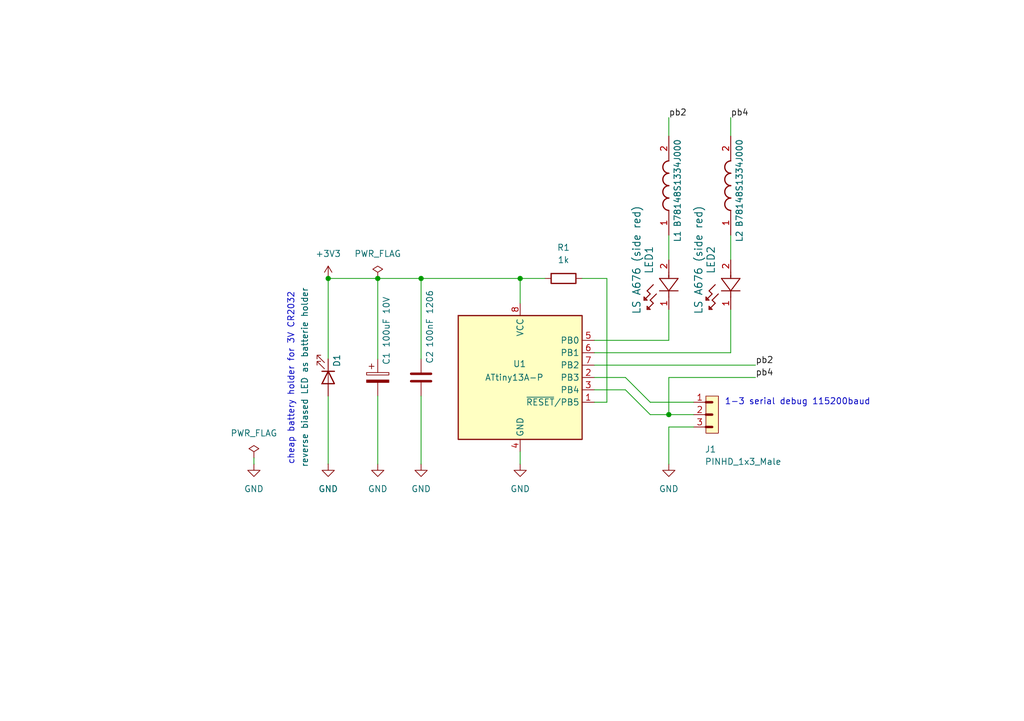
<source format=kicad_sch>
(kicad_sch (version 20231120) (generator "eeschema") (generator_version "8.0")
  (paper "A5")
  (title_block (title "FF2.0 (third generation)") (date "2024-12-13") (rev "0.2.0") (company "25mmHg"))
  (lib_symbols
    (symbol "FF2.0Library:+3V3" (power) (pin_numbers hide) (pin_names (offset 0) hide)
      (property "Value" "+3V3" (at 0 3.556 0))
      (symbol "+3V3_0_1"
        (polyline (pts (xy -0.762 1.27) (xy 0 2.54)))
        (polyline (pts (xy 0 0) (xy 0 2.54)))
        (polyline (pts (xy 0 2.54) (xy 0.762 1.27)))
      )
      (symbol "+3V3_1_1"
        (pin power_in line (at 0 0 90) (length 0) (name "~") (number "1"))
      )
    )
    (symbol "FF2.0Library:ATtiny13A-P"
      (property "Reference" "U" (at -12.7 13.97 0))
      (property "Value" "ATtiny13A-P" (at 2.54 -13.97 0))
      (symbol "ATtiny13A-P_0_1"
        (rectangle (start -12.7 -12.7) (end 12.7 12.7) (stroke (width 0.254)) (fill (type background)))
      )
      (symbol "ATtiny13A-P_1_1"
        (pin bidirectional line (at 15.24 -5.08 180) (length 2.54) (name "~{RESET}/PB5") (number "1"))
        (pin bidirectional line (at 15.24 0 180) (length 2.54) (name "PB3") (number "2"))
        (pin bidirectional line (at 15.24 -2.54 180) (length 2.54) (name "PB4") (number "3"))
        (pin power_in line (at 0 -15.24 90) (length 2.54) (name "GND") (number "4"))
        (pin bidirectional line (at 15.24 7.62 180) (length 2.54) (name "PB0") (number "5"))
        (pin bidirectional line (at 15.24 5.08 180) (length 2.54) (name "PB1") (number "6"))
        (pin bidirectional line (at 15.24 2.54 180) (length 2.54) (name "PB2") (number "7"))
        (pin power_in line (at 0 15.24 270) (length 2.54) (name "VCC") (number "8"))
      )
    )
    (symbol "FF2.0Library:B78148S1334J000" (pin_names hide)
      (property "Reference" "L" (at 16.51 6.35 0))
      (property "Value" "B78148S1334J000" (at 16.51 3.81 0))
      (symbol "B78148S1334J000_1_1"
        (arc (start 7.62 0) (mid 6.35 1.219) (end 5.08 0) (stroke (width 0.254)))
        (arc (start 10.16 0) (mid 8.89 1.219) (end 7.62 0) (stroke (width 0.254)))
        (arc (start 12.7 0) (mid 11.43 1.219) (end 10.16 0) (stroke (width 0.254)))
        (arc (start 15.24 0) (mid 13.97 1.219) (end 12.7 0) (stroke (width 0.254)))
        (pin passive line (at 0 0 0) (length 5.08) (name "1") (number "1"))
        (pin passive line (at 20.32 0 180) (length 5.08) (name "2") (number "2"))
      )
    )
    (symbol "FF2.0Library:C_1206" (pin_numbers hide) (pin_names (offset 0.254))
      (property "Reference" "C" (at 0.635 2.54 0))
      (property "Value" "C_1206" (at 0.635 -2.54 0))
      (symbol "C_1206_0_1"
        (polyline (pts (xy -2.032 -0.762) (xy 2.032 -0.762)) (stroke (width 0.508)))
        (polyline (pts (xy -2.032 0.762) (xy 2.032 0.762)) (stroke (width 0.508)))
      )
      (symbol "C_1206_0_2"
        (polyline (pts (xy -2.54 -2.54) (xy -0.381 -0.381)))
        (polyline (pts (xy -0.508 -0.508) (xy -1.651 0.635)) (stroke (width 0.508)))
        (polyline (pts (xy -0.508 -0.508) (xy 0.635 -1.651)) (stroke (width 0.508)))
        (polyline (pts (xy 0.381 0.381) (xy 2.54 2.54)))
        (polyline (pts (xy 0.508 0.508) (xy -0.635 1.651)) (stroke (width 0.508)))
        (polyline (pts (xy 0.508 0.508) (xy 1.651 -0.635)) (stroke (width 0.508)))
      )
      (symbol "C_1206_1_1"
        (pin passive line (at 0 3.81 270) (length 2.794) (name "~") (number "1"))
        (pin passive line (at 0 -3.81 90) (length 2.794) (name "~") (number "2"))
      )
      (symbol "C_1206_1_2"
        (pin passive line (at 2.54 2.54 270) (length 0) (name "~") (number "1"))
        (pin passive line (at -2.54 -2.54 90) (length 0) (name "~") (number "2"))
      )
    )
    (symbol "FF2.0Library:C_Polarized" (pin_numbers hide) (pin_names (offset 0.254))
      (property "Reference" "C" (at 0.635 2.54 0))
      (property "Value" "C_Polarized" (at 0.635 -2.54 0))
      (symbol "C_Polarized_0_1"
        (rectangle (start -2.286 0.508) (end 2.286 1.016))
        (polyline (pts (xy -1.778 2.286) (xy -0.762 2.286)))
        (polyline (pts (xy -1.27 2.794) (xy -1.27 1.778)))
        (rectangle (start 2.286 -0.508) (end -2.286 -1.016) (fill (type outline)))
      )
      (symbol "C_Polarized_1_1"
        (pin passive line (at 0 3.81 270) (length 2.794) (name "~") (number "1"))
        (pin passive line (at 0 -3.81 90) (length 2.794) (name "~") (number "2"))
      )
    )
    (symbol "FF2.0Library:GND" (power) (pin_numbers hide) (pin_names (offset 0) hide)
      (property "Value" "GND" (at 0 -3.81 0))
      (symbol "GND_0_1"
        (polyline (pts (xy 0 0) (xy 0 -1.27) (xy 1.27 -1.27) (xy 0 -2.54) (xy -1.27 -1.27) (xy 0 -1.27)))
      )
      (symbol "GND_1_1"
        (pin power_in line (at 0 0 270) (length 0) (name "~") (number "1"))
      )
    )
    (symbol "FF2.0Library:LED" (pin_numbers hide) (pin_names (offset 1.016) hide)
      (property "Reference" "D" (at 0 2.54 0))
      (property "Value" "LED" (at 0 -2.54 0))
      (symbol "LED_0_1"
        (polyline (pts (xy -1.27 -1.27) (xy -1.27 1.27)) (stroke (width 0.254)))
        (polyline (pts (xy -1.27 0) (xy 1.27 0)))
        (polyline (pts (xy 1.27 -1.27) (xy 1.27 1.27) (xy -1.27 0) (xy 1.27 -1.27)) (stroke (width 0.254)))
        (polyline (pts (xy -3.048 -0.762) (xy -4.572 -2.286) (xy -3.81 -2.286) (xy -4.572 -2.286) (xy -4.572 -1.524)))
        (polyline (pts (xy -1.778 -0.762) (xy -3.302 -2.286) (xy -2.54 -2.286) (xy -3.302 -2.286) (xy -3.302 -1.524)))
      )
      (symbol "LED_1_1"
        (pin passive line (at -3.81 0 0) (length 2.54) (name "K") (number "1"))
        (pin passive line (at 3.81 0 180) (length 2.54) (name "A") (number "2"))
      )
    )
    (symbol "FF2.0Library:LS_A676-P2S1-1-0-20-R33-Z" (pin_names (offset 0.254))
      (property "Reference" "LED" (at 5.08 -4.445 0))
      (property "Value" "LS A676-P2S1-1-0-20-R33-Z" (at 5.08 -7.62 0))
      (symbol "LS_A676-P2S1-1-0-20-R33-Z_1_1"
        (polyline (pts (xy 2.54 0) (xy 3.4798 0)) (stroke (width 0.2032)))
        (polyline (pts (xy 3.175 0) (xy 3.81 0)) (stroke (width 0.2032)))
        (polyline (pts (xy 3.81 -1.905) (xy 6.35 0)) (stroke (width 0.2032)))
        (polyline (pts (xy 3.81 1.905) (xy 3.81 -1.905)) (stroke (width 0.2032)))
        (polyline (pts (xy 5.08 3.175) (xy 6.35 4.445)) (stroke (width 0.2032)))
        (polyline (pts (xy 6.35 -1.905) (xy 6.35 1.905)) (stroke (width 0.2032)))
        (polyline (pts (xy 6.35 0) (xy 3.81 1.905)) (stroke (width 0.2032)))
        (polyline (pts (xy 6.35 0) (xy 7.62 0)) (stroke (width 0.2032)))
        (polyline (pts (xy 6.35 4.445) (xy 6.985 3.81)) (stroke (width 0.2032)))
        (polyline (pts (xy 6.985 2.54) (xy 8.255 3.81)) (stroke (width 0.2032)))
        (polyline (pts (xy 6.985 3.81) (xy 8.255 5.08)) (stroke (width 0.2032)))
        (polyline (pts (xy 7.62 5.08) (xy 8.255 4.445)) (stroke (width 0.2032)))
        (polyline (pts (xy 8.255 3.81) (xy 8.89 3.175)) (stroke (width 0.2032)))
        (polyline (pts (xy 8.255 4.445) (xy 8.255 5.08)) (stroke (width 0.2032)))
        (polyline (pts (xy 8.255 5.08) (xy 7.62 5.08)) (stroke (width 0.2032)))
        (polyline (pts (xy 8.89 3.175) (xy 10.16 4.445)) (stroke (width 0.2032)))
        (polyline (pts (xy 9.525 4.445) (xy 10.16 3.81)) (stroke (width 0.2032)))
        (polyline (pts (xy 10.16 3.81) (xy 10.16 4.445)) (stroke (width 0.2032)))
        (polyline (pts (xy 10.16 4.445) (xy 9.525 4.445)) (stroke (width 0.2032)))
        (pin unspecified line (at 10.16 0 180) (length 2.54) (name "") (number "1"))
        (pin unspecified line (at 0 0 0) (length 2.54) (name "") (number "2"))
      )
      (symbol "LS_A676-P2S1-1-0-20-R33-Z_1_2"
        (polyline (pts (xy -5.08 7.62) (xy -4.445 8.255)) (stroke (width 0.2032)))
        (polyline (pts (xy -5.08 8.255) (xy -5.08 7.62)) (stroke (width 0.2032)))
        (polyline (pts (xy -4.445 6.35) (xy -3.81 6.985)) (stroke (width 0.2032)))
        (polyline (pts (xy -4.445 8.255) (xy -5.08 8.255)) (stroke (width 0.2032)))
        (polyline (pts (xy -4.445 9.525) (xy -3.81 10.16)) (stroke (width 0.2032)))
        (polyline (pts (xy -4.445 10.16) (xy -4.445 9.525)) (stroke (width 0.2032)))
        (polyline (pts (xy -3.81 6.985) (xy -5.08 8.255)) (stroke (width 0.2032)))
        (polyline (pts (xy -3.81 8.255) (xy -3.175 8.89)) (stroke (width 0.2032)))
        (polyline (pts (xy -3.81 10.16) (xy -4.445 10.16)) (stroke (width 0.2032)))
        (polyline (pts (xy -3.175 5.08) (xy -4.445 6.35)) (stroke (width 0.2032)))
        (polyline (pts (xy -3.175 8.89) (xy -4.445 10.16)) (stroke (width 0.2032)))
        (polyline (pts (xy -2.54 6.985) (xy -3.81 8.255)) (stroke (width 0.2032)))
        (polyline (pts (xy -1.905 3.81) (xy 1.905 3.81)) (stroke (width 0.2032)))
        (polyline (pts (xy 0 2.54) (xy 0 3.4798)) (stroke (width 0.2032)))
        (polyline (pts (xy 0 3.175) (xy 0 3.81)) (stroke (width 0.2032)))
        (polyline (pts (xy 0 6.35) (xy -1.905 3.81)) (stroke (width 0.2032)))
        (polyline (pts (xy 0 6.35) (xy 0 7.62)) (stroke (width 0.2032)))
        (polyline (pts (xy 1.905 3.81) (xy 0 6.35)) (stroke (width 0.2032)))
        (polyline (pts (xy 1.905 6.35) (xy -1.905 6.35)) (stroke (width 0.2032)))
        (pin unspecified line (at 0 10.16 270) (length 2.54) (name "") (number "1"))
        (pin unspecified line (at 0 0 90) (length 2.54) (name "") (number "2"))
      )
    )
    (symbol "FF2.0Library:PINHD_1x3_Male"
      (property "Reference" "J" (at 0 7.62 0))
      (property "Value" "PINHD_1x3_Male" (at 0 5.08 0))
      (symbol "PINHD_1x3_Male_0_1"
        (rectangle (start -1.27 3.81) (end 1.27 -3.81) (fill (type background)))
        (polyline (pts (xy -1.27 -2.54) (xy 0 -2.54)) (stroke (width 0.3)))
        (polyline (pts (xy -1.27 -2.54) (xy 0 -2.54)) (stroke (width 0.5)))
        (polyline (pts (xy -1.27 0) (xy 0 0)) (stroke (width 0.3)))
        (polyline (pts (xy -1.27 0) (xy 0 0)) (stroke (width 0.5)))
        (polyline (pts (xy -1.27 2.54) (xy 0 2.54)) (stroke (width 0.3)))
        (polyline (pts (xy -1.27 2.54) (xy 0 2.54)) (stroke (width 0.5)))
      )
      (symbol "PINHD_1x3_Male_1_1"
        (pin passive line (at -3.81 2.54 0) (length 2.54) (name "") (number "1"))
        (pin passive line (at -3.81 0 0) (length 2.54) (name "") (number "2"))
        (pin passive line (at -3.81 -2.54 0) (length 2.54) (name "") (number "3"))
      )
    )
    (symbol "FF2.0Library:PWR_FLAG" (power) (pin_numbers hide) (pin_names (offset 0) hide)
      (property "Value" "PWR_FLAG" (at 0 3.81 0))
      (symbol "PWR_FLAG_0_0"
        (pin power_out line (at 0 0 90) (length 0) (name "~") (number "1"))
      )
      (symbol "PWR_FLAG_0_1"
        (polyline (pts (xy 0 0) (xy 0 1.27) (xy -1.016 1.905) (xy 0 2.54) (xy 1.016 1.905) (xy 0 1.27)))
      )
    )
    (symbol "FF2.0Library:R_1206" (pin_numbers hide) (pin_names (offset 0))
      (property "Reference" "R" (at 2.54 1.27 0))
      (property "Value" "R_1206" (at 2.54 -1.27 0))
      (symbol "R_1206_0_1"
        (rectangle (start -1.016 2.54) (end 1.016 -2.54) (stroke (width 0.254)))
      )
      (symbol "R_1206_0_2"
        (polyline (pts (xy -2.54 -2.54) (xy -1.524 -1.524)))
        (polyline (pts (xy 1.524 1.524) (xy 2.54 2.54)))
        (polyline (pts (xy 1.524 1.524) (xy 0.889 2.159) (xy -2.159 -0.889) (xy -0.889 -2.159) (xy 2.159 0.889) (xy 1.524 1.524)) (stroke (width 0.254)))
      )
      (symbol "R_1206_1_1"
        (pin passive line (at 0 3.81 270) (length 1.27) (name "~") (number "1"))
        (pin passive line (at 0 -3.81 90) (length 1.27) (name "~") (number "2"))
      )
      (symbol "R_1206_1_2"
        (pin passive line (at 2.54 2.54 180) (length 0) (name "") (number "1"))
        (pin passive line (at -2.54 -2.54 0) (length 0) (name "") (number "2"))
      )
    )
  )
  (junction (at 77.47 57.15))
  (junction (at 86.36 57.15))
  (junction (at 67.31 57.15))
  (junction (at 137.16 85.09))
  (junction (at 106.68 57.15))
  (wire (pts (xy 124.46 82.55) (xy 124.46 57.15)))
  (wire (pts (xy 142.24 87.63) (xy 137.16 87.63)))
  (wire (pts (xy 137.16 69.85) (xy 137.16 63.5)))
  (wire (pts (xy 137.16 77.47) (xy 137.16 85.09)))
  (wire (pts (xy 124.46 57.15) (xy 119.38 57.15)))
  (wire (pts (xy 77.47 81.28) (xy 77.47 95.25)))
  (wire (pts (xy 128.27 80.01) (xy 133.35 85.09)))
  (wire (pts (xy 121.92 82.55) (xy 124.46 82.55)))
  (wire (pts (xy 86.36 57.15) (xy 106.68 57.15)))
  (wire (pts (xy 149.86 72.39) (xy 149.86 63.5)))
  (wire (pts (xy 133.35 85.09) (xy 137.16 85.09)))
  (wire (pts (xy 133.35 82.55) (xy 142.24 82.55)))
  (wire (pts (xy 106.68 57.15) (xy 106.68 62.23)))
  (wire (pts (xy 121.92 72.39) (xy 149.86 72.39)))
  (wire (pts (xy 137.16 24.13) (xy 137.16 27.94)))
  (wire (pts (xy 128.27 77.47) (xy 121.92 77.47)))
  (wire (pts (xy 137.16 48.26) (xy 137.16 53.34)))
  (wire (pts (xy 67.31 73.66) (xy 67.31 57.15)))
  (wire (pts (xy 133.35 82.55) (xy 128.27 77.47)))
  (wire (pts (xy 52.07 93.98) (xy 52.07 95.25)))
  (wire (pts (xy 106.68 92.71) (xy 106.68 95.25)))
  (wire (pts (xy 149.86 48.26) (xy 149.86 53.34)))
  (wire (pts (xy 121.92 80.01) (xy 128.27 80.01)))
  (wire (pts (xy 86.36 81.28) (xy 86.36 95.25)))
  (wire (pts (xy 67.31 57.15) (xy 77.47 57.15)))
  (wire (pts (xy 149.86 24.13) (xy 149.86 27.94)))
  (wire (pts (xy 67.31 95.25) (xy 67.31 81.28)))
  (wire (pts (xy 137.16 77.47) (xy 154.94 77.47)))
  (wire (pts (xy 86.36 57.15) (xy 86.36 73.66)))
  (wire (pts (xy 121.92 69.85) (xy 137.16 69.85)))
  (wire (pts (xy 77.47 57.15) (xy 86.36 57.15)))
  (wire (pts (xy 77.47 57.15) (xy 77.47 73.66)))
  (wire (pts (xy 137.16 87.63) (xy 137.16 95.25)))
  (wire (pts (xy 121.92 74.93) (xy 154.94 74.93)))
  (wire (pts (xy 137.16 85.09) (xy 142.24 85.09)))
  (wire (pts (xy 111.76 57.15) (xy 106.68 57.15)))
  (text "cheap battery holder for 3V CR2032" (at 59.69 77.724 90) (effects (font (size 1.27 1.27))))
  (text "1-3 serial debug 115200baud" (at 163.576 82.55 0) (effects (font (size 1.27 1.27))))
  (label "pb2" (at 154.94 74.93 0))
  (label "pb2" (at 137.16 24.13 0))
  (label "pb4" (at 149.86 24.13 0))
  (label "pb4" (at 154.94 77.47 0))
  (symbol (lib_id "FF2.0Library:GND") (at 52.07 95.25 0) (unit 1)
    (property "Reference" "#PWR01" (effects (hide yes)))
    (property "Value" "GND" (at 52.07 100.33 0))
    (property "Description" "Power symbol creates a global label with name \"GND\" , ground" (effects (hide yes)))
  )
  (symbol (lib_id "FF2.0Library:LS_A676-P2S1-1-0-20-R33-Z") (at 137.16 53.34 90) (mirror x) (unit 1)
    (property "Reference" "LED1" (at 133.096 53.34 0) (effects (font (size 1.524 1.524))))
    (property "Value" "LS A676 (side red)" (at 130.556 53.34 0) (effects (font (size 1.524 1.524))))
    (property "Footprint" "FF2.0Library:LED_LS A676-P2S1-1-0-20-R33-Z_AOS" (effects (hide yes)))
    (property "Datasheet" "https://docs.rs-online.com/1838/0900766b808bc7db.pdf" (effects (hide yes)))
  )
  (symbol (lib_id "FF2.0Library:GND") (at 67.31 95.25 0) (unit 1)
    (property "Reference" "#PWR03" (effects (hide yes)))
    (property "Value" "GND" (at 67.31 100.33 0))
    (property "Description" "Power symbol creates a global label with name \"GND\" , ground" (effects (hide yes)))
  )
  (symbol (lib_id "FF2.0Library:B78148S1334J000") (at 137.16 48.26 90) (unit 1)
    (property "Reference" "L1" (at 138.938 48.514 0))
    (property "Value" "B78148S1334J000" (at 138.938 37.592 0))
    (property "Footprint" "FF2.0Library:B78148S" (effects (hide yes)))
    (property "Datasheet" "https://product.tdk.com/system/files/dam/doc/product/inductor/inductor/lead/data_sheet/30/db/ind_2008/b78108_148s.pdf" (effects (hide yes)))
    (property "Description" "Epcos 330 uH +/-5% Ferrite Leaded Inductor, Max SRF:2.7MHz, Q:70, 190mA Idc, 6.4 Rdc BC" (effects (hide yes)))
    (property "Mouser Part Number" "871-B78148S1334J000" (effects (hide yes)))
    (property "Mouser Price/Stock" "https://www.mouser.co.uk/ProductDetail/EPCOS-TDK/B78148S1334J000?qs=%2FsLciWRBLmBsbhhIHiCB1A%3D%3D" (effects (hide yes)))
    (property "Manufacturer_Name" "TDK" (effects (hide yes)))
    (property "Manufacturer_Part_Number" "B78148S1334J000" (effects (hide yes)))
  )
  (symbol (lib_id "FF2.0Library:PWR_FLAG") (at 77.47 57.15 0) (unit 1)
    (property "Reference" "#FLG02" (effects (hide yes)))
    (property "Value" "PWR_FLAG" (at 77.47 52.07 0))
    (property "Description" "Special symbol for telling ERC where power comes from" (effects (hide yes)))
  )
  (symbol (lib_id "FF2.0Library:R_1206") (at 115.57 57.15 90) (unit 1)
    (property "Reference" "R1" (at 115.57 50.8 90))
    (property "Value" "1k" (at 115.57 53.34 90))
    (property "Footprint" "FF2.0Library:R_0805_2012Metric_Pad1.15x1.40mm_HandSolder" (effects (hide yes)))
    (property "Description" "SMD 1206 Chip Resistor, European Symbol, Alternate KiCad Library" (effects (hide yes)))
  )
  (symbol (lib_id "FF2.0Library:GND") (at 77.47 95.25 0) (unit 1)
    (property "Reference" "#PWR04" (effects (hide yes)))
    (property "Value" "GND" (at 77.47 100.33 0))
    (property "Description" "Power symbol creates a global label with name \"GND\" , ground" (effects (hide yes)))
  )
  (symbol (lib_id "FF2.0Library:PINHD_1x3_Male") (at 146.05 85.09 0) (unit 1)
    (property "Reference" "J1" (at 144.526 92.202 0) (effects (justify left)))
    (property "Value" "PINHD_1x3_Male" (at 144.526 94.742 0) (effects (justify left)))
    (property "Footprint" "FF2.0Library:PinHeader_1x03_P2.54mm_Vertical" (effects (hide yes)))
    (property "Description" "Pin Header male with pin space 2.54mm. Pin Count -3" (effects (hide yes)))
  )
  (symbol (lib_id "FF2.0Library:C_1206") (at 86.36 77.47 0) (unit 1)
    (property "Reference" "C2" (at 88.138 74.676 90) (effects (justify left)))
    (property "Value" "100nF 1206" (at 88.138 71.374 90) (effects (justify left)))
    (property "Footprint" "FF2.0Library:C_0805_2012Metric_Pad1.15x1.40mm_HandSolder" (effects (hide yes)))
    (property "Description" "SMD 1206 MLCC capacitor, Alternate KiCad Library" (effects (hide yes)))
  )
  (symbol (lib_id "FF2.0Library:GND") (at 86.36 95.25 0) (unit 1)
    (property "Reference" "#PWR05" (effects (hide yes)))
    (property "Value" "GND" (at 86.36 100.33 0))
    (property "Description" "Power symbol creates a global label with name \"GND\" , ground" (effects (hide yes)))
  )
  (symbol (lib_id "FF2.0Library:PWR_FLAG") (at 52.07 93.98 0) (unit 1)
    (property "Reference" "#FLG01" (effects (hide yes)))
    (property "Value" "PWR_FLAG" (at 52.07 88.9 0))
    (property "Description" "Special symbol for telling ERC where power comes from" (effects (hide yes)))
  )
  (symbol (lib_id "FF2.0Library:LS_A676-P2S1-1-0-20-R33-Z") (at 149.86 53.34 90) (mirror x) (unit 1)
    (property "Reference" "LED2" (at 145.796 53.34 0) (effects (font (size 1.524 1.524))))
    (property "Value" "LS A676 (side red)" (at 143.256 53.34 0) (effects (font (size 1.524 1.524))))
    (property "Footprint" "FF2.0Library:LED_LS A676-P2S1-1-0-20-R33-Z_AOS" (effects (hide yes)))
    (property "Datasheet" "https://docs.rs-online.com/1838/0900766b808bc7db.pdf" (effects (hide yes)))
  )
  (symbol (lib_id "FF2.0Library:B78148S1334J000") (at 149.86 48.26 90) (unit 1)
    (property "Reference" "L2" (at 151.638 48.514 0))
    (property "Value" "B78148S1334J000" (at 151.638 37.592 0))
    (property "Footprint" "FF2.0Library:B78148S" (effects (hide yes)))
    (property "Datasheet" "https://product.tdk.com/system/files/dam/doc/product/inductor/inductor/lead/data_sheet/30/db/ind_2008/b78108_148s.pdf" (effects (hide yes)))
    (property "Description" "Epcos 330 uH +/-5% Ferrite Leaded Inductor, Max SRF:2.7MHz, Q:70, 190mA Idc, 6.4 Rdc BC" (effects (hide yes)))
    (property "Mouser Part Number" "871-B78148S1334J000" (effects (hide yes)))
    (property "Mouser Price/Stock" "https://www.mouser.co.uk/ProductDetail/EPCOS-TDK/B78148S1334J000?qs=%2FsLciWRBLmBsbhhIHiCB1A%3D%3D" (effects (hide yes)))
    (property "Manufacturer_Name" "TDK" (effects (hide yes)))
    (property "Manufacturer_Part_Number" "B78148S1334J000" (effects (hide yes)))
  )
  (symbol (lib_id "FF2.0Library:C_Polarized") (at 77.47 77.47 0) (unit 1)
    (property "Reference" "C1" (at 79.248 74.93 90) (effects (justify left)))
    (property "Value" "100uF 10V" (at 79.248 71.374 90) (effects (justify left)))
    (property "Footprint" "FF2.0Library:CP_Radial_D5.0mm_P2.50mm" (effects (hide yes)))
    (property "Description" "Polarized capacitor" (effects (hide yes)))
  )
  (symbol (lib_id "FF2.0Library:+3V3") (at 67.31 57.15 0) (unit 1)
    (property "Reference" "#PWR02" (effects (hide yes)))
    (property "Value" "+3V3" (at 67.31 52.07 0))
    (property "Description" "Power symbol creates a global label with name \"+3V3\"" (effects (hide yes)))
  )
  (symbol (lib_id "FF2.0Library:GND") (at 137.16 95.25 0) (unit 1)
    (property "Reference" "#PWR07" (effects (hide yes)))
    (property "Value" "GND" (at 137.16 100.33 0))
    (property "Description" "Power symbol creates a global label with name \"GND\" , ground" (effects (hide yes)))
  )
  (symbol (lib_id "FF2.0Library:ATtiny13A-P") (at 106.68 77.47 0) (unit 1)
    (property "Reference" "U1" (at 107.95 74.676 0) (effects (justify right)))
    (property "Value" "ATtiny13A-P" (at 111.506 77.47 0) (effects (justify right)))
    (property "Footprint" "FF2.0Library:DIP-8_W7.62mm" (effects (hide yes)))
    (property "Datasheet" "http://ww1.microchip.com/downloads/en/DeviceDoc/doc8126.pdf" (effects (hide yes)))
    (property "Description" "20MHz, 1kB Flash, 64B SRAM, 64B EEPROM, debugWIRE, DIP-8" (effects (hide yes)))
  )
  (symbol (lib_id "FF2.0Library:LED") (at 67.31 77.47 270) (unit 1)
    (property "Reference" "D1" (at 69.088 72.644 0) (effects (justify left)))
    (property "Value" "reverse biased LED as batterie holder" (at 62.484 58.928 0) (effects (justify left)))
    (property "Footprint" "FF2.0Library:LED_D5.0mm_Clear" (effects (hide yes)))
    (property "Description" "Light emitting diode" (effects (hide yes)))
  )
  (symbol (lib_id "FF2.0Library:GND") (at 106.68 95.25 0) (unit 1)
    (property "Reference" "#PWR06" (effects (hide yes)))
    (property "Value" "GND" (at 106.68 100.33 0))
    (property "Description" "Power symbol creates a global label with name \"GND\" , ground" (effects (hide yes)))
  )
)
</source>
